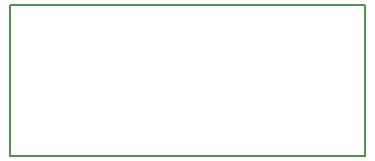
<source format=gm1>
G04 #@! TF.GenerationSoftware,KiCad,Pcbnew,5.0.2-bee76a0~70~ubuntu18.04.1*
G04 #@! TF.CreationDate,2019-07-29T11:10:54+02:00*
G04 #@! TF.ProjectId,SWD_Isolator,5357445f-4973-46f6-9c61-746f722e6b69,rev?*
G04 #@! TF.SameCoordinates,PX4148288PY2f7a4c0*
G04 #@! TF.FileFunction,Profile,NP*
%FSLAX46Y46*%
G04 Gerber Fmt 4.6, Leading zero omitted, Abs format (unit mm)*
G04 Created by KiCad (PCBNEW 5.0.2-bee76a0~70~ubuntu18.04.1) date pon 29 jul 2019 11:10:54 CEST*
%MOMM*%
%LPD*%
G01*
G04 APERTURE LIST*
%ADD10C,0.150000*%
G04 APERTURE END LIST*
D10*
X30099000Y12827000D02*
X0Y12827000D01*
X30099000Y0D02*
X30099000Y12827000D01*
X0Y0D02*
X30099000Y0D01*
X0Y12827000D02*
X0Y0D01*
M02*

</source>
